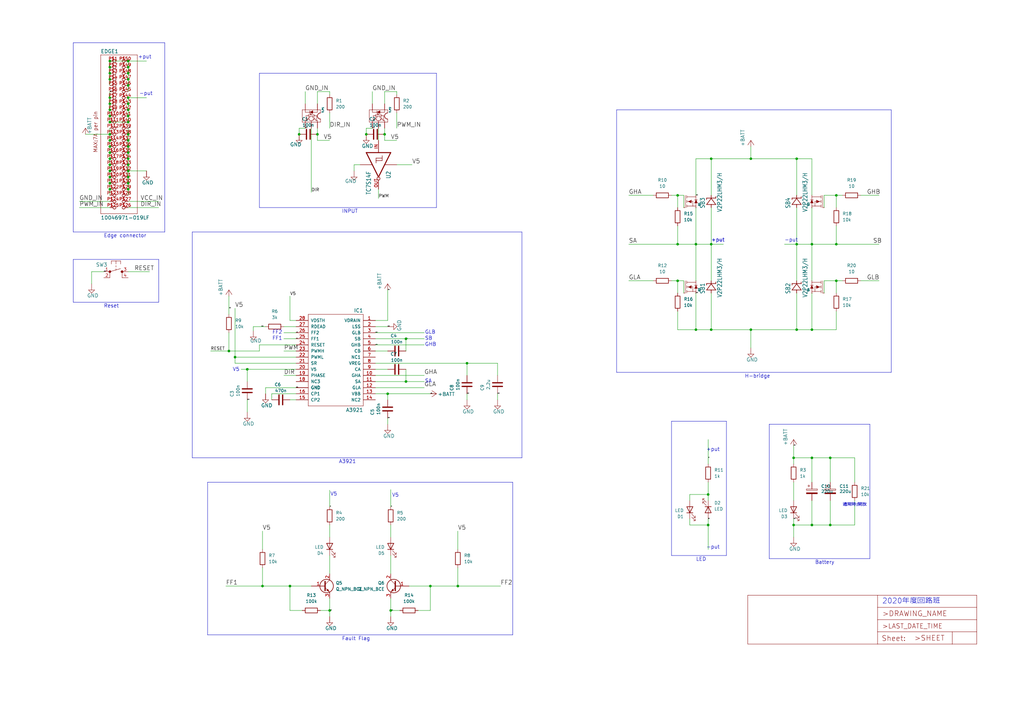
<source format=kicad_sch>
(kicad_sch (version 20230121) (generator eeschema)
  (paper "User" 426.06 293.827)
  (junction (at 45.72 48.26))
  (junction (at 194.31 151.13))
  (junction (at 45.72 71.12))
  (junction (at 337.82 137.16))
  (junction (at 347.98 116.84))
  (junction (at 45.72 27.94))
  (junction (at 347.98 81.28))
  (junction (at 137.16 254))
  (junction (at 53.34 40.64))
  (junction (at 53.34 43.18))
  (junction (at 345.44 190.5))
  (junction (at 295.91 66.04))
  (junction (at 45.72 66.04))
  (junction (at 331.47 66.04))
  (junction (at 45.72 73.66))
  (junction (at 152.4 55.88))
  (junction (at 45.72 43.18))
  (junction (at 168.91 158.75))
  (junction (at 45.72 58.42))
  (junction (at 53.34 60.96))
  (junction (at 120.65 243.84))
  (junction (at 45.72 30.48))
  (junction (at 53.34 45.72))
  (junction (at 345.44 218.44))
  (junction (at 330.2 218.44))
  (junction (at 347.98 101.6))
  (junction (at 160.02 55.88))
  (junction (at 45.72 55.88))
  (junction (at 53.34 25.4))
  (junction (at 295.91 137.16))
  (junction (at 45.72 60.96))
  (junction (at 53.34 68.58))
  (junction (at 53.34 50.8))
  (junction (at 289.56 137.16))
  (junction (at 53.34 73.66))
  (junction (at 45.72 45.72))
  (junction (at 45.72 68.58))
  (junction (at 179.07 243.84))
  (junction (at 53.34 66.04))
  (junction (at 45.72 76.2))
  (junction (at 294.64 205.74))
  (junction (at 53.34 33.02))
  (junction (at 162.56 254))
  (junction (at 53.34 78.74))
  (junction (at 45.72 33.02))
  (junction (at 53.34 30.48))
  (junction (at 53.34 35.56))
  (junction (at 53.34 71.12))
  (junction (at 330.2 190.5))
  (junction (at 53.34 76.2))
  (junction (at 45.72 63.5))
  (junction (at 331.47 137.16))
  (junction (at 337.82 190.5))
  (junction (at 337.82 218.44))
  (junction (at 281.94 101.6))
  (junction (at 331.47 101.6))
  (junction (at 312.42 66.04))
  (junction (at 97.79 148.59))
  (junction (at 102.87 153.67))
  (junction (at 281.94 116.84))
  (junction (at 109.22 243.84))
  (junction (at 45.72 50.8))
  (junction (at 337.82 101.6))
  (junction (at 295.91 101.6))
  (junction (at 45.72 40.64))
  (junction (at 312.42 137.16))
  (junction (at 161.29 163.83))
  (junction (at 294.64 218.44))
  (junction (at 53.34 48.26))
  (junction (at 168.91 140.97))
  (junction (at 53.34 58.42))
  (junction (at 53.34 55.88))
  (junction (at 53.34 27.94))
  (junction (at 132.08 55.88))
  (junction (at 190.5 243.84))
  (junction (at 124.46 55.88))
  (junction (at 45.72 25.4))
  (junction (at 95.25 146.05))
  (junction (at 289.56 101.6))
  (junction (at 53.34 63.5))
  (junction (at 281.94 81.28))
  (junction (at 45.72 78.74))
  (wire (pts (xy 45.72 45.72) (xy 45.72 48.26)))
  (wire (pts (xy 53.34 30.48) (xy 53.34 27.94)))
  (polyline (pts (xy 80.01 96.52) (xy 80.01 190.5)) (stroke (width 0) (type solid)))
  (wire (pts (xy 207.01 151.13) (xy 207.01 156.21)))
  (wire (pts (xy 132.08 53.34) (xy 132.08 55.88)))
  (wire (pts (xy 53.34 86.36) (xy 66.04 86.36)))
  (wire (pts (xy 127 53.34) (xy 124.46 53.34)))
  (wire (pts (xy 345.44 218.44) (xy 337.82 218.44)))
  (wire (pts (xy 295.91 101.6) (xy 295.91 116.84)))
  (polyline (pts (xy 66.04 107.95) (xy 30.48 107.95)) (stroke (width 0) (type solid)))
  (wire (pts (xy 295.91 66.04) (xy 295.91 81.28)))
  (wire (pts (xy 168.91 146.05) (xy 168.91 140.97)))
  (wire (pts (xy 53.34 113.03) (xy 62.23 113.03)))
  (polyline (pts (xy 30.48 17.78) (xy 30.48 96.52)) (stroke (width 0) (type solid)))
  (wire (pts (xy 120.65 123.19) (xy 120.65 133.35)))
  (wire (pts (xy 294.64 182.88) (xy 294.64 193.04)))
  (wire (pts (xy 45.72 30.48) (xy 45.72 33.02)))
  (wire (pts (xy 123.19 161.29) (xy 110.49 161.29)))
  (wire (pts (xy 295.91 137.16) (xy 312.42 137.16)))
  (wire (pts (xy 161.29 135.89) (xy 156.21 135.89)))
  (wire (pts (xy 105.41 135.89) (xy 105.41 137.668)))
  (wire (pts (xy 261.62 81.28) (xy 271.78 81.28)))
  (wire (pts (xy 45.72 71.12) (xy 45.72 68.58)))
  (wire (pts (xy 53.34 40.64) (xy 60.96 40.64)))
  (wire (pts (xy 281.94 101.6) (xy 261.62 101.6)))
  (wire (pts (xy 330.2 218.44) (xy 330.2 223.52)))
  (wire (pts (xy 326.39 101.6) (xy 331.47 101.6)))
  (wire (pts (xy 160.02 38.1) (xy 165.1 38.1)))
  (wire (pts (xy 295.91 121.92) (xy 295.91 137.16)))
  (wire (pts (xy 105.41 135.89) (xy 110.49 135.89)))
  (polyline (pts (xy 30.48 125.73) (xy 66.04 125.73)) (stroke (width 0) (type solid)))
  (polyline (pts (xy 320.04 176.53) (xy 320.04 232.41)) (stroke (width 0) (type solid)))
  (wire (pts (xy 45.72 27.94) (xy 45.72 30.48)))
  (wire (pts (xy 162.56 254) (xy 166.37 254)))
  (wire (pts (xy 137.16 210.82) (xy 137.16 203.962)))
  (polyline (pts (xy 213.36 264.16) (xy 213.36 200.66)) (stroke (width 0) (type solid)))
  (wire (pts (xy 347.98 129.54) (xy 347.98 137.16)))
  (wire (pts (xy 165.1 46.99) (xy 165.1 53.34)))
  (polyline (pts (xy 107.95 86.36) (xy 181.61 86.36)) (stroke (width 0) (type solid)))
  (wire (pts (xy 160.02 58.42) (xy 165.1 58.42)))
  (wire (pts (xy 337.82 190.5) (xy 330.2 190.5)))
  (wire (pts (xy 358.14 116.84) (xy 365.76 116.84)))
  (wire (pts (xy 161.29 153.67) (xy 156.21 153.67)))
  (wire (pts (xy 53.34 50.8) (xy 45.72 50.8)))
  (wire (pts (xy 337.82 101.6) (xy 347.98 101.6)))
  (wire (pts (xy 53.34 60.96) (xy 53.34 63.5)))
  (wire (pts (xy 331.47 66.04) (xy 337.82 66.04)))
  (wire (pts (xy 347.98 121.92) (xy 347.98 116.84)))
  (wire (pts (xy 168.91 158.75) (xy 156.21 158.75)))
  (polyline (pts (xy 320.04 232.41) (xy 361.95 232.41)) (stroke (width 0) (type solid)))
  (polyline (pts (xy 107.95 30.48) (xy 107.95 86.36)) (stroke (width 0) (type solid)))
  (wire (pts (xy 312.42 137.16) (xy 312.42 144.78)))
  (wire (pts (xy 161.29 163.83) (xy 179.07 163.83)))
  (wire (pts (xy 347.98 116.84) (xy 350.52 116.84)))
  (wire (pts (xy 330.2 190.5) (xy 330.2 193.04)))
  (wire (pts (xy 294.64 218.44) (xy 294.64 228.6)))
  (polyline (pts (xy 30.48 96.52) (xy 68.58 96.52)) (stroke (width 0) (type solid)))
  (wire (pts (xy 35.56 55.88) (xy 45.72 55.88)))
  (wire (pts (xy 294.64 215.9) (xy 294.64 218.44)))
  (wire (pts (xy 53.34 55.88) (xy 53.34 58.42)))
  (wire (pts (xy 289.56 101.6) (xy 295.91 101.6)))
  (wire (pts (xy 162.56 210.82) (xy 162.56 203.708)))
  (wire (pts (xy 289.56 86.36) (xy 289.56 101.6)))
  (wire (pts (xy 123.19 140.97) (xy 118.11 140.97)))
  (wire (pts (xy 342.9 116.84) (xy 347.98 116.84)))
  (wire (pts (xy 162.56 231.14) (xy 162.56 238.76)))
  (wire (pts (xy 161.29 163.83) (xy 156.21 163.83)))
  (wire (pts (xy 123.19 133.35) (xy 120.65 133.35)))
  (wire (pts (xy 137.16 218.44) (xy 137.16 223.52)))
  (wire (pts (xy 355.6 208.28) (xy 355.6 218.44)))
  (polyline (pts (xy 80.01 190.5) (xy 217.17 190.5)) (stroke (width 0) (type solid)))
  (wire (pts (xy 45.72 60.96) (xy 45.72 58.42)))
  (wire (pts (xy 160.02 43.18) (xy 160.02 38.1)))
  (wire (pts (xy 147.32 71.12) (xy 147.32 68.58)))
  (wire (pts (xy 284.48 81.28) (xy 284.48 86.36)))
  (wire (pts (xy 45.72 68.58) (xy 45.72 66.04)))
  (wire (pts (xy 132.08 38.1) (xy 137.16 38.1)))
  (wire (pts (xy 45.72 86.36) (xy 33.02 86.36)))
  (wire (pts (xy 331.47 66.04) (xy 331.47 81.28)))
  (polyline (pts (xy 181.61 86.36) (xy 181.61 30.48)) (stroke (width 0) (type solid)))
  (wire (pts (xy 109.22 220.98) (xy 109.22 228.6)))
  (polyline (pts (xy 30.48 107.95) (xy 30.48 125.73)) (stroke (width 0) (type solid)))
  (wire (pts (xy 125.73 254) (xy 120.65 254)))
  (wire (pts (xy 168.91 140.97) (xy 176.53 140.97)))
  (wire (pts (xy 165.1 68.58) (xy 171.45 68.58)))
  (wire (pts (xy 160.02 53.34) (xy 160.02 55.88)))
  (wire (pts (xy 95.25 123.19) (xy 95.25 130.81)))
  (wire (pts (xy 289.56 101.6) (xy 281.94 101.6)))
  (wire (pts (xy 53.34 25.4) (xy 60.96 25.4)))
  (wire (pts (xy 294.64 200.66) (xy 294.64 205.74)))
  (wire (pts (xy 137.16 231.14) (xy 137.16 238.76)))
  (wire (pts (xy 43.18 113.03) (xy 38.1 113.03)))
  (wire (pts (xy 123.19 143.51) (xy 107.95 143.51)))
  (wire (pts (xy 347.98 101.6) (xy 365.76 101.6)))
  (wire (pts (xy 331.47 121.92) (xy 331.47 137.16)))
  (wire (pts (xy 330.2 200.66) (xy 330.2 208.28)))
  (wire (pts (xy 154.94 53.34) (xy 152.4 53.34)))
  (wire (pts (xy 102.87 166.37) (xy 102.87 171.45)))
  (wire (pts (xy 345.44 208.28) (xy 345.44 218.44)))
  (polyline (pts (xy 302.26 175.26) (xy 279.4 175.26)) (stroke (width 0) (type solid)))
  (wire (pts (xy 137.16 38.1) (xy 137.16 39.37)))
  (wire (pts (xy 152.4 53.34) (xy 152.4 55.88)))
  (polyline (pts (xy 66.04 125.73) (xy 66.04 107.95)) (stroke (width 0) (type solid)))
  (wire (pts (xy 287.02 215.9) (xy 287.02 218.44)))
  (wire (pts (xy 45.72 43.18) (xy 45.72 45.72)))
  (wire (pts (xy 358.14 81.28) (xy 365.76 81.28)))
  (wire (pts (xy 137.16 254) (xy 137.16 256.54)))
  (wire (pts (xy 162.56 254) (xy 162.56 256.54)))
  (wire (pts (xy 287.02 208.28) (xy 287.02 205.74)))
  (wire (pts (xy 312.42 137.16) (xy 331.47 137.16)))
  (wire (pts (xy 45.72 81.28) (xy 45.72 78.74)))
  (wire (pts (xy 45.72 63.5) (xy 45.72 60.96)))
  (wire (pts (xy 123.19 151.13) (xy 97.79 151.13)))
  (wire (pts (xy 168.91 140.97) (xy 156.21 140.97)))
  (wire (pts (xy 168.91 153.67) (xy 168.91 158.75)))
  (wire (pts (xy 95.25 146.05) (xy 95.25 138.43)))
  (wire (pts (xy 137.16 248.92) (xy 137.16 254)))
  (wire (pts (xy 156.21 138.43) (xy 176.53 138.43)))
  (wire (pts (xy 194.31 151.13) (xy 156.21 151.13)))
  (wire (pts (xy 295.91 86.36) (xy 295.91 101.6)))
  (wire (pts (xy 337.82 86.36) (xy 337.82 101.6)))
  (wire (pts (xy 45.72 58.42) (xy 45.72 55.88)))
  (wire (pts (xy 281.94 116.84) (xy 279.4 116.84)))
  (wire (pts (xy 147.32 68.58) (xy 149.86 68.58)))
  (wire (pts (xy 53.34 83.82) (xy 66.04 83.82)))
  (polyline (pts (xy 68.58 96.52) (xy 68.58 17.78)) (stroke (width 0) (type solid)))
  (wire (pts (xy 190.5 236.22) (xy 190.5 243.84)))
  (polyline (pts (xy 256.54 154.94) (xy 370.84 154.94)) (stroke (width 0) (type solid)))
  (wire (pts (xy 53.34 50.8) (xy 53.34 48.26)))
  (wire (pts (xy 124.46 53.34) (xy 124.46 55.88)))
  (wire (pts (xy 110.49 161.29) (xy 110.49 163.83)))
  (wire (pts (xy 337.82 200.66) (xy 337.82 190.5)))
  (wire (pts (xy 190.5 243.84) (xy 208.28 243.84)))
  (wire (pts (xy 123.19 146.05) (xy 118.11 146.05)))
  (wire (pts (xy 45.72 83.82) (xy 33.02 83.82)))
  (wire (pts (xy 45.72 55.88) (xy 45.72 53.34)))
  (wire (pts (xy 337.82 66.04) (xy 337.82 81.28)))
  (wire (pts (xy 161.29 173.99) (xy 161.29 176.53)))
  (wire (pts (xy 345.44 190.5) (xy 345.44 200.66)))
  (wire (pts (xy 281.94 121.92) (xy 281.94 116.84)))
  (wire (pts (xy 156.21 143.51) (xy 176.53 143.51)))
  (wire (pts (xy 289.56 137.16) (xy 281.94 137.16)))
  (wire (pts (xy 45.72 38.1) (xy 45.72 40.64)))
  (wire (pts (xy 168.91 158.75) (xy 176.53 158.75)))
  (polyline (pts (xy 217.17 190.5) (xy 217.17 96.52)) (stroke (width 0) (type solid)))
  (wire (pts (xy 45.72 66.04) (xy 45.72 63.5)))
  (wire (pts (xy 53.34 33.02) (xy 53.34 35.56)))
  (wire (pts (xy 53.34 43.18) (xy 53.34 40.64)))
  (wire (pts (xy 53.34 63.5) (xy 53.34 66.04)))
  (wire (pts (xy 347.98 86.36) (xy 347.98 81.28)))
  (wire (pts (xy 53.34 76.2) (xy 53.34 78.74)))
  (wire (pts (xy 53.34 53.34) (xy 53.34 55.88)))
  (wire (pts (xy 129.54 53.34) (xy 129.54 80.01)))
  (wire (pts (xy 162.56 218.44) (xy 162.56 223.52)))
  (wire (pts (xy 156.21 156.21) (xy 176.53 156.21)))
  (wire (pts (xy 120.65 243.84) (xy 129.54 243.84)))
  (wire (pts (xy 281.94 129.54) (xy 281.94 137.16)))
  (wire (pts (xy 330.2 215.9) (xy 330.2 218.44)))
  (wire (pts (xy 132.08 58.42) (xy 137.16 58.42)))
  (wire (pts (xy 284.48 81.28) (xy 281.94 81.28)))
  (wire (pts (xy 289.56 101.6) (xy 289.56 116.84)))
  (wire (pts (xy 330.2 218.44) (xy 337.82 218.44)))
  (wire (pts (xy 287.02 218.44) (xy 294.64 218.44)))
  (wire (pts (xy 337.82 218.44) (xy 337.82 208.28)))
  (wire (pts (xy 97.79 151.13) (xy 97.79 148.59)))
  (wire (pts (xy 113.03 163.83) (xy 113.03 166.37)))
  (wire (pts (xy 45.72 78.74) (xy 45.72 76.2)))
  (wire (pts (xy 154.94 43.18) (xy 154.94 38.1)))
  (wire (pts (xy 123.19 153.67) (xy 102.87 153.67)))
  (wire (pts (xy 45.72 73.66) (xy 45.72 71.12)))
  (wire (pts (xy 102.87 153.67) (xy 102.87 158.75)))
  (wire (pts (xy 342.9 121.92) (xy 342.9 116.84)))
  (wire (pts (xy 347.98 93.98) (xy 347.98 101.6)))
  (wire (pts (xy 179.07 243.84) (xy 190.5 243.84)))
  (wire (pts (xy 194.31 151.13) (xy 194.31 156.21)))
  (wire (pts (xy 331.47 86.36) (xy 331.47 101.6)))
  (polyline (pts (xy 181.61 30.48) (xy 107.95 30.48)) (stroke (width 0) (type solid)))
  (polyline (pts (xy 302.26 231.14) (xy 302.26 175.26)) (stroke (width 0) (type solid)))
  (wire (pts (xy 337.82 137.16) (xy 337.82 121.92)))
  (wire (pts (xy 109.22 243.84) (xy 120.65 243.84)))
  (wire (pts (xy 162.56 248.92) (xy 162.56 254)))
  (polyline (pts (xy 217.17 96.52) (xy 80.01 96.52)) (stroke (width 0) (type solid)))
  (wire (pts (xy 60.96 71.12) (xy 53.34 71.12)))
  (wire (pts (xy 123.19 156.21) (xy 118.11 156.21)))
  (wire (pts (xy 312.42 66.04) (xy 312.42 60.96)))
  (polyline (pts (xy 213.36 200.66) (xy 86.36 200.66)) (stroke (width 0) (type solid)))
  (wire (pts (xy 45.72 25.4) (xy 45.72 27.94)))
  (wire (pts (xy 107.95 146.05) (xy 107.95 143.51)))
  (wire (pts (xy 194.31 163.83) (xy 194.31 166.37)))
  (polyline (pts (xy 361.95 232.41) (xy 361.95 176.53)) (stroke (width 0) (type solid)))
  (wire (pts (xy 102.87 153.67) (xy 100.33 153.67)))
  (wire (pts (xy 161.29 120.65) (xy 161.29 133.35)))
  (wire (pts (xy 123.19 166.37) (xy 120.65 166.37)))
  (wire (pts (xy 342.9 81.28) (xy 347.98 81.28)))
  (wire (pts (xy 289.56 81.28) (xy 289.56 66.04)))
  (wire (pts (xy 165.1 38.1) (xy 165.1 39.37)))
  (wire (pts (xy 132.08 55.88) (xy 132.08 58.42)))
  (polyline (pts (xy 86.36 264.16) (xy 213.36 264.16)) (stroke (width 0) (type solid)))
  (wire (pts (xy 331.47 101.6) (xy 331.47 116.84)))
  (wire (pts (xy 45.72 35.56) (xy 45.72 33.02)))
  (wire (pts (xy 161.29 163.83) (xy 161.29 166.37)))
  (wire (pts (xy 53.34 48.26) (xy 53.34 45.72)))
  (wire (pts (xy 355.6 200.66) (xy 355.6 190.5)))
  (wire (pts (xy 281.94 86.36) (xy 281.94 81.28)))
  (wire (pts (xy 132.08 43.18) (xy 132.08 38.1)))
  (wire (pts (xy 284.48 116.84) (xy 281.94 116.84)))
  (wire (pts (xy 123.19 148.59) (xy 97.79 148.59)))
  (wire (pts (xy 123.19 138.43) (xy 118.11 138.43)))
  (wire (pts (xy 53.34 45.72) (xy 53.34 43.18)))
  (wire (pts (xy 97.79 148.59) (xy 97.79 128.27)))
  (wire (pts (xy 342.9 86.36) (xy 342.9 81.28)))
  (polyline (pts (xy 370.84 154.94) (xy 370.84 45.72)) (stroke (width 0) (type solid)))
  (polyline (pts (xy 361.95 176.53) (xy 320.04 176.53)) (stroke (width 0) (type solid)))
  (wire (pts (xy 289.56 121.92) (xy 289.56 137.16)))
  (wire (pts (xy 45.72 25.4) (xy 53.34 25.4)))
  (polyline (pts (xy 279.4 231.14) (xy 302.26 231.14)) (stroke (width 0) (type solid)))
  (wire (pts (xy 53.34 33.02) (xy 53.34 30.48)))
  (wire (pts (xy 38.1 113.03) (xy 38.1 118.11)))
  (wire (pts (xy 281.94 93.98) (xy 281.94 101.6)))
  (wire (pts (xy 127 38.1) (xy 127 43.18)))
  (wire (pts (xy 207.01 163.83) (xy 207.01 166.37)))
  (wire (pts (xy 337.82 137.16) (xy 347.98 137.16)))
  (wire (pts (xy 287.02 205.74) (xy 294.64 205.74)))
  (wire (pts (xy 190.5 220.98) (xy 190.5 228.6)))
  (wire (pts (xy 95.25 146.05) (xy 87.63 146.05)))
  (wire (pts (xy 93.98 243.84) (xy 109.22 243.84)))
  (wire (pts (xy 118.11 135.89) (xy 123.19 135.89)))
  (wire (pts (xy 347.98 81.28) (xy 350.52 81.28)))
  (wire (pts (xy 179.07 243.84) (xy 179.07 254)))
  (wire (pts (xy 113.03 163.83) (xy 123.19 163.83)))
  (wire (pts (xy 45.72 76.2) (xy 45.72 73.66)))
  (wire (pts (xy 53.34 78.74) (xy 53.34 81.28)))
  (wire (pts (xy 312.42 66.04) (xy 331.47 66.04)))
  (wire (pts (xy 161.29 146.05) (xy 156.21 146.05)))
  (wire (pts (xy 160.02 55.88) (xy 160.02 58.42)))
  (wire (pts (xy 284.48 121.92) (xy 284.48 116.84)))
  (wire (pts (xy 120.65 243.84) (xy 120.65 254)))
  (wire (pts (xy 170.18 243.84) (xy 179.07 243.84)))
  (wire (pts (xy 337.82 101.6) (xy 337.82 116.84)))
  (wire (pts (xy 53.34 73.66) (xy 53.34 76.2)))
  (wire (pts (xy 109.22 236.22) (xy 109.22 243.84)))
  (wire (pts (xy 45.72 48.26) (xy 45.72 50.8)))
  (wire (pts (xy 330.2 185.42) (xy 330.2 190.5)))
  (wire (pts (xy 331.47 137.16) (xy 337.82 137.16)))
  (wire (pts (xy 53.34 68.58) (xy 53.34 71.12)))
  (polyline (pts (xy 68.58 17.78) (xy 30.48 17.78)) (stroke (width 0) (type solid)))
  (wire (pts (xy 337.82 190.5) (xy 345.44 190.5)))
  (wire (pts (xy 157.48 78.74) (xy 157.48 82.55)))
  (wire (pts (xy 289.56 66.04) (xy 295.91 66.04)))
  (wire (pts (xy 53.34 35.56) (xy 53.34 38.1)))
  (wire (pts (xy 355.6 218.44) (xy 345.44 218.44)))
  (wire (pts (xy 281.94 81.28) (xy 279.4 81.28)))
  (wire (pts (xy 53.34 58.42) (xy 53.34 60.96)))
  (wire (pts (xy 53.34 66.04) (xy 53.34 68.58)))
  (wire (pts (xy 157.48 53.34) (xy 157.48 58.42)))
  (wire (pts (xy 295.91 66.04) (xy 312.42 66.04)))
  (wire (pts (xy 53.34 27.94) (xy 53.34 25.4)))
  (wire (pts (xy 295.91 101.6) (xy 300.99 101.6)))
  (wire (pts (xy 156.21 133.35) (xy 161.29 133.35)))
  (wire (pts (xy 45.72 40.64) (xy 45.72 43.18)))
  (wire (pts (xy 107.95 146.05) (xy 95.25 146.05)))
  (wire (pts (xy 173.99 254) (xy 179.07 254)))
  (wire (pts (xy 137.16 46.99) (xy 137.16 53.34)))
  (wire (pts (xy 133.35 254) (xy 137.16 254)))
  (polyline (pts (xy 279.4 175.26) (xy 279.4 231.14)) (stroke (width 0) (type solid)))
  (polyline (pts (xy 86.36 200.66) (xy 86.36 264.16)) (stroke (width 0) (type solid)))
  (wire (pts (xy 289.56 137.16) (xy 295.91 137.16)))
  (wire (pts (xy 261.62 116.84) (xy 271.78 116.84)))
  (wire (pts (xy 355.6 190.5) (xy 345.44 190.5)))
  (wire (pts (xy 194.31 151.13) (xy 207.01 151.13)))
  (wire (pts (xy 53.34 71.12) (xy 53.34 73.66)))
  (wire (pts (xy 331.47 101.6) (xy 337.82 101.6)))
  (wire (pts (xy 294.64 205.74) (xy 294.64 208.28)))
  (polyline (pts (xy 256.54 45.72) (xy 256.54 154.94)) (stroke (width 0) (type solid)))
  (wire (pts (xy 156.21 161.29) (xy 176.53 161.29)))
  (polyline (pts (xy 370.84 45.72) (xy 256.54 45.72)) (stroke (width 0) (type solid)))
  (text "A3921" (at 140.97 193.04 0) (effects (font (size 1.4986 1.4986)) (justify left bottom)))
  (text "-put" (at 293.878 228.6 0) (effects (font (size 1.4986 1.4986)) (justify left bottom)))
  (text "Battery" (at 339.09 234.95 0) (effects (font (size 1.4986 1.4986)) (justify left bottom)))
  (text "+put" (at 293.878 187.96 0) (effects (font (size 1.4986 1.4986)) (justify left bottom)))
  (text "V5" (at 96.774 154.686 0) (effects (font (size 1.4986 1.4986)) (justify left bottom)))
  (text "Fault Flag" (at 142.24 266.7 0) (effects (font (size 1.4986 1.4986)) (justify left bottom)))
  (text "V5" (at 163.068 207.01 0) (effects (font (size 1.4986 1.4986)) (justify left bottom)))
  (text "2020年度回路班" (at 367.03 251.46 0) (effects (font (size 2.159 2.159)) (justify left bottom)))
  (text "FF1" (at 113.284 141.732 0) (effects (font (size 1.4986 1.4986)) (justify left bottom)))
  (text "SB" (at 176.784 141.732 0) (effects (font (size 1.4986 1.4986)) (justify left bottom)))
  (text "GLB" (at 176.784 139.192 0) (effects (font (size 1.4986 1.4986)) (justify left bottom)))
  (text "Edge connector" (at 43.18 99.06 0) (effects (font (size 1.4986 1.4986)) (justify left bottom)))
  (text "+put" (at 295.91 100.838 0) (effects (font (size 1.4986 1.4986)) (justify left bottom)))
  (text "INPUT" (at 142.24 88.9 0) (effects (font (size 1.4986 1.4986)) (justify left bottom)))
  (text "FF2" (at 113.284 139.192 0) (effects (font (size 1.4986 1.4986)) (justify left bottom)))
  (text "SA" (at 176.784 159.512 0) (effects (font (size 1.4986 1.4986)) (justify left bottom)))
  (text "Reset" (at 43.18 128.27 0) (effects (font (size 1.4986 1.4986)) (justify left bottom)))
  (text "LED" (at 289.56 233.68 0) (effects (font (size 1.4986 1.4986)) (justify left bottom)))
  (text "-put" (at 326.39 100.838 0) (effects (font (size 1.4986 1.4986)) (justify left bottom)))
  (text "V5" (at 137.414 206.502 0) (effects (font (size 1.4986 1.4986)) (justify left bottom)))
  (text "+put" (at 57.404 24.638 0) (effects (font (size 1.4986 1.4986)) (justify left bottom)))
  (text "+put" (at 295.91 100.838 0) (effects (font (size 1.4986 1.4986)) (justify left bottom)))
  (text "通常時:開放\n" (at 350.52 210.82 0) (effects (font (size 1.27 1.27)) (justify left bottom)))
  (text "GHB" (at 176.784 144.272 0) (effects (font (size 1.4986 1.4986)) (justify left bottom)))
  (text "-put" (at 57.912 39.878 0) (effects (font (size 1.4986 1.4986)) (justify left bottom)))
  (text "H-bridge" (at 309.88 157.48 0) (effects (font (size 1.4986 1.4986)) (justify left bottom)))
  (label "SB" (at 45.72 38.1 0) (effects (font (size 0.254 0.254))))
  (label "SB" (at 168.91 140.97 0) (effects (font (size 0.254 0.254))))
  (label "VCC" (at 45.72 71.12 0) (effects (font (size 0.254 0.254))))
  (label "V5" (at 162.56 210.82 0) (effects (font (size 0.254 0.254))))
  (label "GLB" (at 360.68 116.84 0) (effects (font (size 1.778 1.778))))
  (label "VCC" (at 289.56 81.28 0) (effects (font (size 0.254 0.254))))
  (label "V5" (at 137.16 210.82 0) (effects (font (size 0.254 0.254))))
  (label "SB" (at 294.64 215.9 0) (effects (font (size 0.254 0.254))))
  (label "RESET" (at 87.63 146.05 0))
  (label "V5" (at 171.45 68.58 0) (effects (font (size 1.778 1.778))))
  (label "GLA" (at 261.62 116.84 0) (effects (font (size 1.778 1.778))))
  (label "PWM" (at 157.48 82.55 0))
  (label "FF1" (at 93.98 243.84 0) (effects (font (size 1.778 1.778))))
  (label "GND" (at 162.56 254 0) (effects (font (size 0.254 0.254))))
  (label "FF2" (at 123.19 138.43 0) (effects (font (size 0.254 0.254))))
  (label "VCC" (at 179.07 163.83 0) (effects (font (size 0.254 0.254))))
  (label "SB" (at 363.22 101.6 0) (effects (font (size 1.778 1.778))))
  (label "V5" (at 109.22 220.98 0) (effects (font (size 1.778 1.778))))
  (label "V5" (at 120.65 123.19 0))
  (label "DIR_IN" (at 58.42 86.36 0) (effects (font (size 1.778 1.778))))
  (label "GLA" (at 176.53 161.29 0) (effects (font (size 1.778 1.778))))
  (label "GND" (at 154.94 53.34 0) (effects (font (size 0.254 0.254))))
  (label "GND" (at 289.56 121.92 0) (effects (font (size 0.254 0.254))))
  (label "FF2" (at 208.28 243.84 0) (effects (font (size 1.778 1.778))))
  (label "GND_IN" (at 127 38.1 0) (effects (font (size 1.778 1.778))))
  (label "GHB" (at 360.68 81.28 0) (effects (font (size 1.778 1.778))))
  (label "GND" (at 43.18 113.03 0) (effects (font (size 0.254 0.254))))
  (label "SA" (at 294.64 190.5 0) (effects (font (size 0.254 0.254))))
  (label "V5" (at 102.87 153.67 0) (effects (font (size 0.254 0.254))))
  (label "SA" (at 261.62 101.6 0) (effects (font (size 1.778 1.778))))
  (label "GND" (at 207.01 163.83 0) (effects (font (size 0.254 0.254))))
  (label "FF1" (at 123.19 140.97 0) (effects (font (size 0.254 0.254))))
  (label "V5" (at 97.79 128.27 0) (effects (font (size 1.778 1.778))))
  (label "GHB" (at 156.21 143.51 0) (effects (font (size 0.254 0.254))))
  (label "VCC" (at 330.2 185.42 0) (effects (font (size 0.254 0.254))))
  (label "GHA" (at 176.53 156.21 0) (effects (font (size 1.778 1.778))))
  (label "GND" (at 127 53.34 0) (effects (font (size 0.254 0.254))))
  (label "VCC" (at 95.25 128.27 0) (effects (font (size 0.254 0.254))))
  (label "PWM_IN" (at 165.1 53.34 0) (effects (font (size 1.778 1.778))))
  (label "DIR" (at 118.11 156.21 0) (effects (font (size 1.778 1.778))))
  (label "V5" (at 134.62 58.42 0) (effects (font (size 1.778 1.778))))
  (label "GND" (at 123.19 161.29 0) (effects (font (size 0.254 0.254))))
  (label "GND" (at 161.29 173.99 0) (effects (font (size 0.254 0.254))))
  (label "V5" (at 190.5 220.98 0) (effects (font (size 1.778 1.778))))
  (label "GND" (at 102.87 166.37 0) (effects (font (size 0.254 0.254))))
  (label "DIR" (at 129.54 80.01 0))
  (label "GHA" (at 261.62 81.28 0) (effects (font (size 1.778 1.778))))
  (label "GND" (at 137.16 254 0) (effects (font (size 0.254 0.254))))
  (label "SA" (at 168.91 158.75 0) (effects (font (size 0.254 0.254))))
  (label "VCC_IN" (at 58.42 83.82 0) (effects (font (size 1.778 1.778))))
  (label "GLB" (at 156.21 138.43 0) (effects (font (size 0.254 0.254))))
  (label "PWM" (at 118.11 146.05 0) (effects (font (size 1.778 1.778))))
  (label "GND" (at 330.2 215.9 0) (effects (font (size 0.254 0.254))))
  (label "DIR_IN" (at 137.16 53.34 0) (effects (font (size 1.778 1.778))))
  (label "GND_IN" (at 33.02 83.82 0) (effects (font (size 1.778 1.778))))
  (label "GND_IN" (at 154.94 38.1 0) (effects (font (size 1.778 1.778))))
  (label "GND" (at 108.712 135.89 0) (effects (font (size 0.254 0.254))))
  (label "VCC" (at 161.29 120.65 0) (effects (font (size 0.254 0.254))))
  (label "SA" (at 53.34 33.02 0) (effects (font (size 0.254 0.254))))
  (label "PWM_IN" (at 33.02 86.36 0) (effects (font (size 1.778 1.778))))
  (label "GND" (at 161.29 135.89 0) (effects (font (size 0.254 0.254))))
  (label "GND" (at 53.34 53.34 0) (effects (font (size 0.254 0.254))))
  (label "GND" (at 194.31 163.83 0) (effects (font (size 0.254 0.254))))
  (label "V5" (at 162.56 58.42 0) (effects (font (size 1.778 1.778))))
  (label "RESET" (at 55.88 113.03 0) (effects (font (size 1.778 1.778))))
  (symbol (lib_id "(KiCad)DriveUnit_B-series(ver2.0)-rescue:GND-(Eagle)DriveUnit_B-series(ver2.0)-eagle-import") (at 105.41 140.208 0) (unit 1)
    (property "Reference" "#SUPPLY02" (effects hide))
    (property "Value" "GND" (at 104.013 142.621 0) (effects (font (size 1.4986 1.4986)) (justify left bottom)))
  )
  (symbol (lib_id "(KiCad)DriveUnit_B-series(ver2.0)-rescue:GND-(Eagle)DriveUnit_B-series(ver2.0)-eagle-import") (at 102.87 173.99 0) (unit 1)
    (property "Reference" "#SUPPLY04" (effects hide))
    (property "Value" "GND" (at 100.965 177.165 0) (effects (font (size 1.4986 1.4986)) (justify left bottom)))
  )
  (symbol (lib_id "(KiCad)DriveUnit_B-series(ver2.0)-rescue:GND-(Eagle)DriveUnit_B-series(ver2.0)-eagle-import") (at 163.83 135.89 90) (unit 1)
    (property "Reference" "#SUPPLY05" (effects hide))
    (property "Value" "GND" (at 167.005 137.795 0) (effects (font (size 1.4986 1.4986)) (justify left bottom)))
  )
  (symbol (lib_id "(KiCad)DriveUnit_B-series(ver2.0)-rescue:A3921-(Eagle)DriveUnit_B-series(ver2.0)-eagle-import") (at 140.97 151.13 0) (mirror y) (unit 1)
    (property "Reference" "IC1" (at 151.13 130.048 0) (effects (font (size 1.4986 1.4986)) (justify left bottom)))
    (property "Value" "A3921" (at 151.13 171.45 0) (effects (font (size 1.4986 1.4986)) (justify left bottom)))
    (property "Footprint" "Symbol:A3921" (effects hide))
  )
  (symbol (lib_id "(KiCad)DriveUnit_B-series(ver2.0)-rescue:GND-(Eagle)DriveUnit_B-series(ver2.0)-eagle-import") (at 312.42 147.32 0) (unit 1)
    (property "Reference" "#SUPPLY015" (effects hide))
    (property "Value" "GND" (at 310.515 150.495 0) (effects (font (size 1.4986 1.4986)) (justify left bottom)))
  )
  (symbol (lib_id "(KiCad)DriveUnit_B-series(ver2.0)-rescue:GND-(Eagle)DriveUnit_B-series(ver2.0)-eagle-import") (at 162.56 259.08 0) (unit 1)
    (property "Reference" "#SUPPLY010" (effects hide))
    (property "Value" "GND" (at 160.655 262.255 0) (effects (font (size 1.4986 1.4986)) (justify left bottom)))
  )
  (symbol (lib_id "(KiCad)DriveUnit_B-series(ver2.0)-rescue:GND-(Eagle)DriveUnit_B-series(ver2.0)-eagle-import") (at 207.01 168.91 0) (unit 1)
    (property "Reference" "#SUPPLY07" (effects hide))
    (property "Value" "GND" (at 205.105 172.085 0) (effects (font (size 1.4986 1.4986)) (justify left bottom)))
  )
  (symbol (lib_id "(KiCad)DriveUnit_B-series(ver2.0)-rescue:GND-(Eagle)DriveUnit_B-series(ver2.0)-eagle-import") (at 152.4 58.42 0) (unit 1)
    (property "Reference" "#SUPPLY012" (effects hide))
    (property "Value" "GND" (at 150.495 61.595 0) (effects (font (size 1.4986 1.4986)) (justify left bottom)))
  )
  (symbol (lib_id "(KiCad)DriveUnit_B-series(ver2.0)-rescue:GND-(Eagle)DriveUnit_B-series(ver2.0)-eagle-import") (at 161.29 179.07 0) (unit 1)
    (property "Reference" "#SUPPLY08" (effects hide))
    (property "Value" "GND" (at 159.385 182.245 0) (effects (font (size 1.4986 1.4986)) (justify left bottom)))
  )
  (symbol (lib_id "(KiCad)DriveUnit_B-series(ver2.0)-rescue:VCC-(Eagle)DriveUnit_B-series(ver2.0)-eagle-import") (at 330.2 182.88 0) (unit 1)
    (property "Reference" "#P+06" (effects hide))
    (property "Value" "+BATT" (at 327.66 185.42 90) (effects (font (size 1.4986 1.4986)) (justify left bottom)))
  )
  (symbol (lib_id "(KiCad)DriveUnit_B-series(ver2.0)-rescue:VCC-(Eagle)DriveUnit_B-series(ver2.0)-eagle-import") (at 181.61 163.83 270) (unit 1)
    (property "Reference" "#P+03" (effects hide))
    (property "Value" "+BATT" (at 182.118 164.846 90) (effects (font (size 1.4986 1.4986)) (justify left bottom)))
  )
  (symbol (lib_id "(KiCad)DriveUnit_B-series(ver2.0)-rescue:VCC-(Eagle)DriveUnit_B-series(ver2.0)-eagle-import") (at 35.56 53.34 0) (unit 1)
    (property "Reference" "#P+04" (effects hide))
    (property "Value" "+BATT" (at 38.1 55.88 90) (effects (font (size 1.4986 1.4986)) (justify left bottom)))
  )
  (symbol (lib_id "(KiCad)DriveUnit_B-series(ver2.0)-rescue:TLP2366-(Eagle)DriveUnit_B-series(ver2.0)-eagle-import") (at 129.54 48.26 270) (unit 1)
    (property "Reference" "TLP1" (at 133.985 44.45 0) (effects (font (size 0.6858 0.6858)) (justify left bottom)))
    (property "Value" "TLP2366" (effects hide))
    (property "Footprint" "Symbol:TLP2366" (effects hide))
  )
  (symbol (lib_id "(KiCad)DriveUnit_B-series(ver2.0)-rescue:VCC-(Eagle)DriveUnit_B-series(ver2.0)-eagle-import") (at 312.42 58.42 0) (unit 1)
    (property "Reference" "#P+05" (effects hide))
    (property "Value" "+BATT" (at 309.88 60.96 90) (effects (font (size 1.4986 1.4986)) (justify left bottom)))
  )
  (symbol (lib_id "(KiCad)DriveUnit_B-series(ver2.0)-rescue:VCC-(Eagle)DriveUnit_B-series(ver2.0)-eagle-import") (at 161.29 118.11 0) (unit 1)
    (property "Reference" "#P+01" (effects hide))
    (property "Value" "+BATT" (at 158.75 120.65 90) (effects (font (size 1.4986 1.4986)) (justify left bottom)))
  )
  (symbol (lib_id "(KiCad)DriveUnit_B-series(ver2.0)-rescue:VCC-(Eagle)DriveUnit_B-series(ver2.0)-eagle-import") (at 95.25 120.65 0) (unit 1)
    (property "Reference" "#P+02" (effects hide))
    (property "Value" "+BATT" (at 92.71 123.19 90) (effects (font (size 1.4986 1.4986)) (justify left bottom)))
  )
  (symbol (lib_id "(KiCad)DriveUnit_B-series(ver2.0)-rescue:GND-(Eagle)DriveUnit_B-series(ver2.0)-eagle-import") (at 38.1 120.65 0) (unit 1)
    (property "Reference" "#SUPPLY013" (effects hide))
    (property "Value" "GND" (at 36.195 123.825 0) (effects (font (size 1.4986 1.4986)) (justify left bottom)))
  )
  (symbol (lib_id "Device:R") (at 330.2 196.85 180) (unit 1)
    (property "Reference" "R3" (at 332.74 195.58 0) (effects (justify right)))
    (property "Value" "1k" (at 332.74 198.12 0) (effects (justify right)))
    (property "Footprint" "Resistor_SMD:R_0603_1608Metric_Pad0.98x0.95mm_HandSolder" (effects hide))
  )
  (symbol (lib_id "Device:C") (at 161.29 170.18 180) (unit 1)
    (property "Reference" "C5" (at 154.94 171.45 90))
    (property "Value" "100n" (at 157.48 170.18 90))
    (property "Footprint" "Capacitor_SMD:C_0603_1608Metric_Pad1.08x0.95mm_HandSolder" (effects hide))
  )
  (symbol (lib_id "Device:C") (at 165.1 153.67 90) (unit 1)
    (property "Reference" "C7" (at 163.83 147.32 90))
    (property "Value" "100n" (at 165.1 149.86 90))
    (property "Footprint" "Capacitor_SMD:C_0603_1608Metric_Pad1.08x0.95mm_HandSolder" (effects hide))
  )
  (symbol (lib_id "Device:R") (at 170.18 254 270) (unit 1)
    (property "Reference" "R14" (at 170.18 247.65 90))
    (property "Value" "100k" (at 170.18 250.19 90))
    (property "Footprint" "Resistor_SMD:R_0603_1608Metric_Pad0.98x0.95mm_HandSolder" (effects hide))
  )
  (symbol (lib_id "Device:R") (at 162.56 214.63 180) (unit 1)
    (property "Reference" "R5" (at 165.1 213.36 0) (effects (justify right)))
    (property "Value" "200" (at 165.1 215.9 0) (effects (justify right)))
    (property "Footprint" "Resistor_SMD:R_0603_1608Metric_Pad0.98x0.95mm_HandSolder" (effects hide))
  )
  (symbol (lib_id "Device:C") (at 165.1 146.05 90) (unit 1)
    (property "Reference" "C4" (at 163.83 139.7 90))
    (property "Value" "100n" (at 165.1 142.24 90))
    (property "Footprint" "Capacitor_SMD:C_0603_1608Metric_Pad1.08x0.95mm_HandSolder" (effects hide))
  )
  (symbol (lib_id "Device:R") (at 95.25 134.62 0) (unit 1)
    (property "Reference" "R9" (at 97.79 133.35 0) (effects (justify left)))
    (property "Value" "10k" (at 97.79 135.89 0) (effects (justify left)))
    (property "Footprint" "Resistor_SMD:R_0603_1608Metric_Pad0.98x0.95mm_HandSolder" (effects hide))
  )
  (symbol (lib_id "Device:R") (at 137.16 214.63 180) (unit 1)
    (property "Reference" "R4" (at 139.7 213.36 0) (effects (justify right)))
    (property "Value" "200" (at 139.7 215.9 0) (effects (justify right)))
    (property "Footprint" "Resistor_SMD:R_0603_1608Metric_Pad0.98x0.95mm_HandSolder" (effects hide))
  )
  (symbol (lib_id "Device:R") (at 354.33 81.28 270) (unit 1)
    (property "Reference" "R19" (at 354.33 74.93 90))
    (property "Value" "10" (at 354.33 77.47 90))
    (property "Footprint" "Resistor_SMD:R_0603_1608Metric_Pad0.98x0.95mm_HandSolder" (effects hide))
  )
  (symbol (lib_id "Device:C") (at 116.84 166.37 90) (unit 1)
    (property "Reference" "C6" (at 115.57 160.02 90))
    (property "Value" "470n" (at 116.84 162.56 90))
    (property "Footprint" "Capacitor_SMD:C_0805_2012Metric_Pad1.18x1.45mm_HandSolder" (effects hide))
  )
  (symbol (lib_id "(Eagle)PowerUnit-Bseries(ver2.0)-eagle-import:V2P22LHM3/H") (at 295.91 83.82 90) (unit 1)
    (property "Reference" "SB3" (at 293.2684 86.7664 0) (effects (font (size 1.778 1.5113)) (justify left bottom)))
    (property "Value" "V2P22LHM3/H" (at 300.4058 88.2904 0) (effects (font (size 1.778 1.5113)) (justify left bottom)))
    (property "Footprint" "Symbol:V2P22LHM3_H" (effects hide))
  )
  (symbol (lib_id "Device:R") (at 275.59 81.28 270) (unit 1)
    (property "Reference" "R10" (at 275.59 74.93 90))
    (property "Value" "10" (at 275.59 77.47 90))
    (property "Footprint" "Resistor_SMD:R_0603_1608Metric_Pad0.98x0.95mm_HandSolder" (effects hide))
  )
  (symbol (lib_id "(Eagle)PowerUnit-Bseries(ver2.0)-eagle-import:SQJA16EP-T1_GE3") (at 337.82 119.38 0) (mirror y) (unit 1)
    (property "Reference" "Q4" (at 335.915 121.285 90) (effects (font (size 0.8128 0.6908)) (justify left bottom)))
    (property "Value" "SQJA16EP-T1_GE3" (effects hide))
    (property "Footprint" "Symbol:SQJA16EP-T1_GE3" (effects hide))
  )
  (symbol (lib_id "(KiCad)DriveUnit_B-series(ver2.0)-rescue:THAF01-NC-R-(Eagle)DriveUnit_B-series(ver2.0)-eagle-import") (at 48.26 113.03 270) (unit 1)
    (property "Reference" "SW3" (at 39.878 110.998 90) (effects (font (size 1.4986 1.4986)) (justify left bottom)))
    (property "Value" "THAF01-NC-R" (effects hide))
    (property "Footprint" "Symbol:THAF01-NC-R" (effects hide))
  )
  (symbol (lib_id "(KiCad)DriveUnit_B-series(ver2.0)-rescue:GND-(Eagle)DriveUnit_B-series(ver2.0)-eagle-import") (at 137.16 259.08 0) (unit 1)
    (property "Reference" "#SUPPLY09" (effects hide))
    (property "Value" "GND" (at 135.255 262.255 0) (effects (font (size 1.4986 1.4986)) (justify left bottom)))
  )
  (symbol (lib_id "Device:LED") (at 162.56 227.33 90) (unit 1)
    (property "Reference" "D5" (at 160.02 230.1748 90) (effects (justify left)))
    (property "Value" "LED" (at 160.02 227.6348 90) (effects (justify left)))
    (property "Footprint" "LED_SMD:LED_0603_1608Metric_Pad1.05x0.95mm_HandSolder" (effects hide))
  )
  (symbol (lib_id "(KiCad)DriveUnit_B-series(ver2.0)-rescue:A3L-LOC-(Eagle)DriveUnit_B-series(ver2.0)-eagle-import") (at 22.86 271.78 0) (unit 1)
    (property "Reference" "#FRAME1" (effects hide))
    (property "Value" "A3L-LOC" (effects hide))
  )
  (symbol (lib_id "Device:R") (at 281.94 125.73 180) (unit 1)
    (property "Reference" "R16" (at 284.48 124.46 0) (effects (justify right)))
    (property "Value" "10k" (at 284.48 127 0) (effects (justify right)))
    (property "Footprint" "Resistor_SMD:R_0603_1608Metric_Pad0.98x0.95mm_HandSolder" (effects hide))
  )
  (symbol (lib_id "(KiCad)DriveUnit_B-series(ver2.0)-rescue:GND-(Eagle)DriveUnit_B-series(ver2.0)-eagle-import") (at 194.31 168.91 0) (unit 1)
    (property "Reference" "#SUPPLY06" (effects hide))
    (property "Value" "GND" (at 192.405 172.085 0) (effects (font (size 1.4986 1.4986)) (justify left bottom)))
  )
  (symbol (lib_id "Device:R") (at 129.54 254 270) (unit 1)
    (property "Reference" "R13" (at 129.54 247.65 90))
    (property "Value" "100k" (at 129.54 250.19 90))
    (property "Footprint" "Resistor_SMD:R_0603_1608Metric_Pad0.98x0.95mm_HandSolder" (effects hide))
  )
  (symbol (lib_id "(Eagle)PowerUnit-Bseries(ver2.0)-eagle-import:TC7S14F") (at 157.48 68.58 270) (unit 1)
    (property "Reference" "U2" (at 160.655 71.12 0) (effects (font (size 1.778 1.5113)) (justify left bottom)))
    (property "Value" "TC7S14F" (at 152.4 71.12 0) (effects (font (size 1.778 1.5113)) (justify left bottom)))
    (property "Footprint" "Symbol:TC7S14F" (effects hide))
  )
  (symbol (lib_id "Device:LED") (at 330.2 212.09 90) (unit 1)
    (property "Reference" "D3" (at 327.66 214.9348 90) (effects (justify left)))
    (property "Value" "LED" (at 327.66 212.3948 90) (effects (justify left)))
    (property "Footprint" "LED_SMD:LED_0603_1608Metric_Pad1.05x0.95mm_HandSolder" (effects hide))
  )
  (symbol (lib_id "Device:R") (at 109.22 232.41 180) (unit 1)
    (property "Reference" "R7" (at 111.76 231.14 0) (effects (justify right)))
    (property "Value" "10k" (at 111.76 233.68 0) (effects (justify right)))
    (property "Footprint" "Resistor_SMD:R_0603_1608Metric_Pad0.98x0.95mm_HandSolder" (effects hide))
  )
  (symbol (lib_id "Device:Q_NPN_BCE") (at 165.1 243.84 0) (mirror y) (unit 1)
    (property "Reference" "Q6" (at 160.02 242.57 0) (effects (justify left)))
    (property "Value" "Q_NPN_BCE" (at 160.02 245.11 0) (effects (justify left)))
    (property "Footprint" "Package_TO_SOT_SMD:SOT-23-3" (effects hide))
  )
  (symbol (lib_id "(Eagle)PowerUnit-Bseries(ver2.0)-eagle-import:SQJA16EP-T1_GE3") (at 289.56 119.38 0) (unit 1)
    (property "Reference" "Q2" (at 291.465 121.285 90) (effects (font (size 0.8128 0.6908)) (justify left bottom)))
    (property "Value" "SQJA16EP-T1_GE3" (effects hide))
    (property "Footprint" "Symbol:SQJA16EP-T1_GE3" (effects hide))
  )
  (symbol (lib_id "Device:R") (at 354.33 116.84 270) (unit 1)
    (property "Reference" "R20" (at 354.33 110.49 90))
    (property "Value" "10" (at 354.33 113.03 90))
    (property "Footprint" "Resistor_SMD:R_0603_1608Metric_Pad0.98x0.95mm_HandSolder" (effects hide))
  )
  (symbol (lib_id "Device:C") (at 128.27 55.88 90) (unit 1)
    (property "Reference" "C1" (at 127 49.53 90))
    (property "Value" "100n" (at 128.27 52.07 90))
    (property "Footprint" "Capacitor_SMD:C_0603_1608Metric_Pad1.08x0.95mm_HandSolder" (effects hide))
  )
  (symbol (lib_id "Device:Q_NPN_BCE") (at 134.62 243.84 0) (unit 1)
    (property "Reference" "Q5" (at 139.7 242.57 0) (effects (justify left)))
    (property "Value" "Q_NPN_BCE" (at 139.7 245.11 0) (effects (justify left)))
    (property "Footprint" "Package_TO_SOT_SMD:SOT-23-3" (effects hide))
  )
  (symbol (lib_id "Device:R") (at 114.3 135.89 90) (unit 1)
    (property "Reference" "R6" (at 114.3 129.54 90))
    (property "Value" "3k" (at 114.3 132.08 90))
    (property "Footprint" "Resistor_SMD:R_0603_1608Metric_Pad0.98x0.95mm_HandSolder" (effects hide))
  )
  (symbol (lib_id "Device:R") (at 294.64 196.85 180) (unit 1)
    (property "Reference" "R11" (at 297.18 195.58 0) (effects (justify right)))
    (property "Value" "1k" (at 297.18 198.12 0) (effects (justify right)))
    (property "Footprint" "Resistor_SMD:R_0603_1608Metric_Pad0.98x0.95mm_HandSolder" (effects hide))
  )
  (symbol (lib_id "Device:LED") (at 287.02 212.09 90) (unit 1)
    (property "Reference" "D1" (at 284.48 214.9348 90) (effects (justify left)))
    (property "Value" "LED" (at 284.48 212.3948 90) (effects (justify left)))
    (property "Footprint" "LED_SMD:LED_0603_1608Metric_Pad1.05x0.95mm_HandSolder" (effects hide))
  )
  (symbol (lib_id "Device:LED") (at 137.16 227.33 90) (unit 1)
    (property "Reference" "D4" (at 134.62 230.1748 90) (effects (justify left)))
    (property "Value" "LED" (at 134.62 227.6348 90) (effects (justify left)))
    (property "Footprint" "LED_SMD:LED_0603_1608Metric_Pad1.05x0.95mm_HandSolder" (effects hide))
  )
  (symbol (lib_id "Device:C") (at 207.01 160.02 180) (unit 1)
    (property "Reference" "C9" (at 200.66 161.29 90))
    (property "Value" "2.2u" (at 203.2 160.02 90))
    (property "Footprint" "Capacitor_SMD:C_0603_1608Metric_Pad1.08x0.95mm_HandSolder" (effects hide))
  )
  (symbol (lib_id "Device:R") (at 275.59 116.84 270) (unit 1)
    (property "Reference" "R12" (at 275.59 110.49 90))
    (property "Value" "10" (at 275.59 113.03 90))
    (property "Footprint" "Resistor_SMD:R_0603_1608Metric_Pad0.98x0.95mm_HandSolder" (effects hide))
  )
  (symbol (lib_id "(KiCad)DriveUnit_B-series(ver2.0)-rescue:GND-(Eagle)DriveUnit_B-series(ver2.0)-eagle-import") (at 330.2 226.06 0) (unit 1)
    (property "Reference" "#SUPPLY016" (effects hide))
    (property "Value" "GND" (at 328.295 229.235 0) (effects (font (size 1.4986 1.4986)) (justify left bottom)))
  )
  (symbol (lib_id "Device:C_Polarized") (at 345.44 204.47 0) (unit 1)
    (property "Reference" "C11" (at 349.25 202.311 0) (effects (justify left)))
    (property "Value" "220u" (at 349.25 204.47 0) (effects (justify left)))
    (property "Footprint" "Symbol:U2-R_NCH" (effects hide))
  )
  (symbol (lib_id "(Eagle)PowerUnit-Bseries(ver2.0)-eagle-import:V2P22LHM3/H") (at 331.47 83.82 90) (unit 1)
    (property "Reference" "SB4" (at 328.8284 86.7664 0) (effects (font (size 1.778 1.5113)) (justify left bottom)))
    (property "Value" "V2P22LHM3/H" (at 335.9658 88.2904 0) (effects (font (size 1.778 1.5113)) (justify left bottom)))
    (property "Footprint" "Symbol:V2P22LHM3_H" (effects hide))
  )
  (symbol (lib_id "(Eagle)PowerUnit-Bseries(ver2.0)-eagle-import:SQJA16EP-T1_GE3") (at 337.82 83.82 0) (mirror y) (unit 1)
    (property "Reference" "Q3" (at 335.915 85.725 90) (effects (font (size 0.8128 0.6908)) (justify left bottom)))
    (property "Value" "SQJA16EP-T1_GE3" (effects hide))
    (property "Footprint" "Symbol:SQJA16EP-T1_GE3" (effects hide))
  )
  (symbol (lib_id "Device:R") (at 137.16 43.18 0) (unit 1)
    (property "Reference" "R1" (at 139.7 41.91 0) (effects (justify left)))
    (property "Value" "200" (at 139.7 44.45 0) (effects (justify left)))
    (property "Footprint" "Resistor_SMD:R_0603_1608Metric_Pad0.98x0.95mm_HandSolder" (effects hide))
  )
  (symbol (lib_id "(Eagle)PowerUnit-Bseries(ver2.0)-eagle-import:V2P22LHM3/H") (at 331.47 119.38 90) (unit 1)
    (property "Reference" "SB2" (at 328.8284 122.3264 0) (effects (font (size 1.778 1.5113)) (justify left bottom)))
    (property "Value" "V2P22LHM3/H" (at 335.9658 123.8504 0) (effects (font (size 1.778 1.5113)) (justify left bottom)))
    (property "Footprint" "Symbol:V2P22LHM3_H" (effects hide))
  )
  (symbol (lib_id "Device:R") (at 347.98 90.17 180) (unit 1)
    (property "Reference" "R18" (at 350.52 88.9 0) (effects (justify right)))
    (property "Value" "10k" (at 350.52 91.44 0) (effects (justify right)))
    (property "Footprint" "Resistor_SMD:R_0603_1608Metric_Pad0.98x0.95mm_HandSolder" (effects hide))
  )
  (symbol (lib_id "Device:R") (at 190.5 232.41 180) (unit 1)
    (property "Reference" "R8" (at 193.04 231.14 0) (effects (justify right)))
    (property "Value" "10k" (at 193.04 233.68 0) (effects (justify right)))
    (property "Footprint" "Resistor_SMD:R_0603_1608Metric_Pad0.98x0.95mm_HandSolder" (effects hide))
  )
  (symbol (lib_id "(KiCad)DriveUnit_B-series(ver2.0)-rescue:GND-(Eagle)DriveUnit_B-series(ver2.0)-eagle-import") (at 147.32 73.66 0) (unit 1)
    (property "Reference" "#SUPPLY03" (effects hide))
    (property "Value" "GND" (at 143.51 76.2 0) (effects (font (size 1.4986 1.4986)) (justify left bottom)))
  )
  (symbol (lib_id "Device:R") (at 281.94 90.17 180) (unit 1)
    (property "Reference" "R15" (at 284.48 88.9 0) (effects (justify right)))
    (property "Value" "10k" (at 284.48 91.44 0) (effects (justify right)))
    (property "Footprint" "Resistor_SMD:R_0603_1608Metric_Pad0.98x0.95mm_HandSolder" (effects hide))
  )
  (symbol (lib_id "Device:LED") (at 294.64 212.09 270) (unit 1)
    (property "Reference" "D2" (at 297.18 209.2452 90) (effects (justify left)))
    (property "Value" "LED" (at 297.18 211.7852 90) (effects (justify left)))
    (property "Footprint" "LED_SMD:LED_0603_1608Metric_Pad1.05x0.95mm_HandSolder" (effects hide))
  )
  (symbol (lib_id "(KiCad)DriveUnit_B-series(ver2.0)-rescue:TLP2366-(Eagle)DriveUnit_B-series(ver2.0)-eagle-import") (at 157.48 48.26 270) (unit 1)
    (property "Reference" "TLP2" (at 161.925 44.45 0) (effects (font (size 0.6858 0.6858)) (justify left bottom)))
    (property "Value" "TLP2366" (effects hide))
    (property "Footprint" "Symbol:TLP2366" (effects hide))
  )
  (symbol (lib_id "Device:C") (at 194.31 160.02 180) (unit 1)
    (property "Reference" "C8" (at 187.96 161.29 90))
    (property "Value" "100n" (at 190.5 160.02 90))
    (property "Footprint" "Capacitor_SMD:C_0603_1608Metric_Pad1.08x0.95mm_HandSolder" (effects hide))
  )
  (symbol (lib_id "Device:R") (at 165.1 43.18 0) (unit 1)
    (property "Reference" "R2" (at 167.64 41.91 0) (effects (justify left)))
    (property "Value" "200" (at 167.64 44.45 0) (effects (justify left)))
    (property "Footprint" "Resistor_SMD:R_0603_1608Metric_Pad0.98x0.95mm_HandSolder" (effects hide))
  )
  (symbol (lib_id "(KiCad)DriveUnit_B-series(ver2.0)-rescue:GND-(Eagle)DriveUnit_B-series(ver2.0)-eagle-import") (at 124.46 58.42 0) (unit 1)
    (property "Reference" "#SUPPLY011" (effects hide))
    (property "Value" "GND" (at 120.65 60.96 0) (effects (font (size 1.4986 1.4986)) (justify left bottom)))
  )
  (symbol (lib_id "Device:R") (at 347.98 125.73 180) (unit 1)
    (property "Reference" "R17" (at 350.52 124.46 0) (effects (justify right)))
    (property "Value" "10k" (at 350.52 127 0) (effects (justify right)))
    (property "Footprint" "Resistor_SMD:R_0603_1608Metric_Pad0.98x0.95mm_HandSolder" (effects hide))
  )
  (symbol (lib_id "Device:C_Polarized") (at 337.82 204.47 0) (unit 1)
    (property "Reference" "C10" (at 341.63 202.311 0) (effects (justify left)))
    (property "Value" "220u" (at 341.63 204.47 0) (effects (justify left)))
    (property "Footprint" "Symbol:U2-R_NCH" (effects hide))
  )
  (symbol (lib_id "(Eagle)PowerUnit-Bseries(ver2.0)-eagle-import:SQJA16EP-T1_GE3") (at 289.56 83.82 0) (unit 1)
    (property "Reference" "Q1" (at 291.465 85.725 90) (effects (font (size 0.8128 0.6908)) (justify left bottom)))
    (property "Value" "SQJA16EP-T1_GE3" (effects hide))
    (property "Footprint" "Symbol:SQJA16EP-T1_GE3" (effects hide))
  )
  (symbol (lib_id "(Eagle)PowerUnit-Bseries(ver2.0)-eagle-import:V2P22LHM3/H") (at 295.91 119.38 90) (unit 1)
    (property "Reference" "SB1" (at 293.2684 122.3264 0) (effects (font (size 1.778 1.5113)) (justify left bottom)))
    (property "Value" "V2P22LHM3/H" (at 300.4058 123.8504 0) (effects (font (size 1.778 1.5113)) (justify left bottom)))
    (property "Footprint" "Symbol:V2P22LHM3_H" (effects hide))
  )
  (symbol (lib_id "(KiCad)DriveUnit_B-series(ver2.0)-rescue:GND-(Eagle)DriveUnit_B-series(ver2.0)-eagle-import") (at 110.49 166.37 0) (unit 1)
    (property "Reference" "#SUPPLY01" (effects hide))
    (property "Value" "GND" (at 108.585 169.545 0) (effects (font (size 1.4986 1.4986)) (justify left bottom)))
  )
  (symbol (lib_id "(KiCad)DriveUnit_B-series(ver2.0)-rescue:10046971-019LF-(Eagle)DriveUnit_B-series(ver2.0)-eagle-import") (at 48.26 55.88 0) (unit 1)
    (property "Reference" "EDGE1" (at 41.91 22.225 0) (effects (font (size 1.4986 1.4986)) (justify left bottom)))
    (property "Value" "10046971-019LF" (at 41.91 91.44 0) (effects (font (size 1.4986 1.4986)) (justify left bottom)))
    (property "Footprint" "(Eagle)DriveUnit_B-series(ver2.0):10046971-019LF" (effects hide))
  )
  (symbol (lib_id "Device:R") (at 355.6 204.47 180) (unit 1)
    (property "Reference" "R21" (at 358.14 203.2 0) (effects (justify right)))
    (property "Value" "10k" (at 358.14 205.74 0) (effects (justify right)))
    (property "Footprint" "Resistor_SMD:R_0603_1608Metric_Pad0.98x0.95mm_HandSolder" (effects hide))
  )
  (symbol (lib_id "Device:C") (at 156.21 55.88 90) (unit 1)
    (property "Reference" "C2" (at 154.94 49.53 90))
    (property "Value" "100n" (at 156.21 52.07 90))
    (property "Footprint" "Capacitor_SMD:C_0603_1608Metric_Pad1.08x0.95mm_HandSolder" (effects hide))
  )
  (symbol (lib_id "Device:C") (at 102.87 162.56 180) (unit 1)
    (property "Reference" "C3" (at 96.52 163.83 90))
    (property "Value" "100n" (at 99.06 162.56 90))
    (property "Footprint" "Capacitor_SMD:C_0603_1608Metric_Pad1.08x0.95mm_HandSolder" (effects hide))
  )
  (symbol (lib_id "(KiCad)DriveUnit_B-series(ver2.0)-rescue:GND-(Eagle)DriveUnit_B-series(ver2.0)-eagle-import") (at 60.96 73.66 0) (unit 1)
    (property "Reference" "#SUPPLY014" (effects hide))
    (property "Value" "GND" (at 59.055 76.835 0) (effects (font (size 1.4986 1.4986)) (justify left bottom)))
  )
)
</source>
